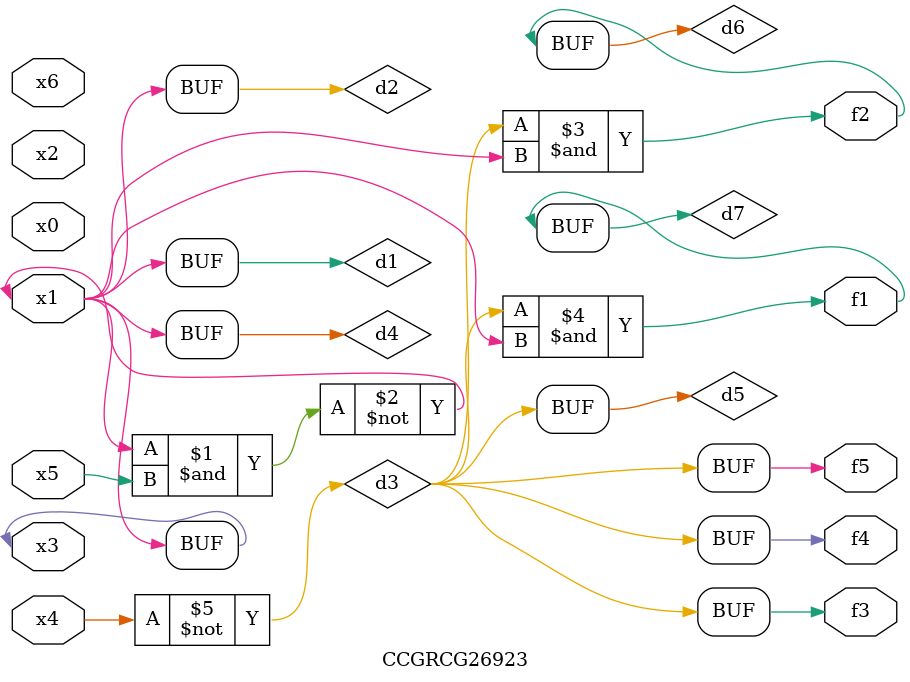
<source format=v>
module CCGRCG26923(
	input x0, x1, x2, x3, x4, x5, x6,
	output f1, f2, f3, f4, f5
);

	wire d1, d2, d3, d4, d5, d6, d7;

	buf (d1, x1, x3);
	nand (d2, x1, x5);
	not (d3, x4);
	buf (d4, d1, d2);
	buf (d5, d3);
	and (d6, d3, d4);
	and (d7, d3, d4);
	assign f1 = d7;
	assign f2 = d6;
	assign f3 = d5;
	assign f4 = d5;
	assign f5 = d5;
endmodule

</source>
